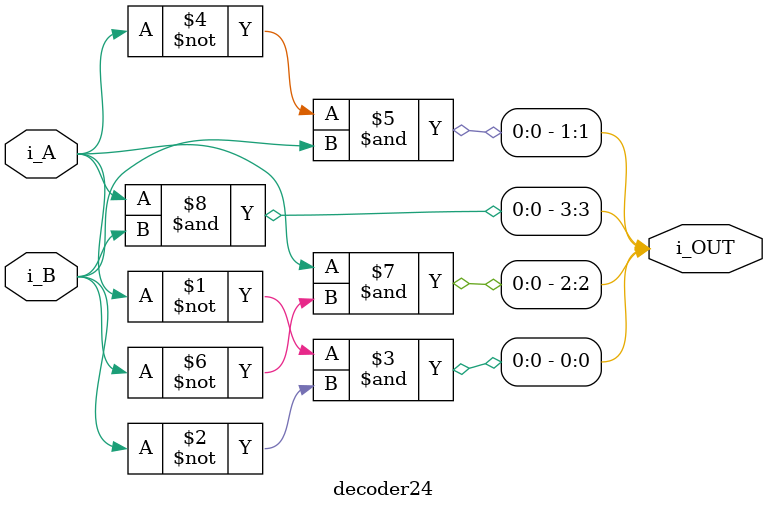
<source format=v>
module decoder24(
    input wire          i_A,
    input wire          i_B,
    output wire [3:0]   i_OUT
);

assign i_OUT[0] = ~i_A & ~i_B;
assign i_OUT[1] = ~i_A & i_B;
assign i_OUT[2] = i_A & ~i_B;
assign i_OUT[3] = i_A & i_B;

endmodule
</source>
